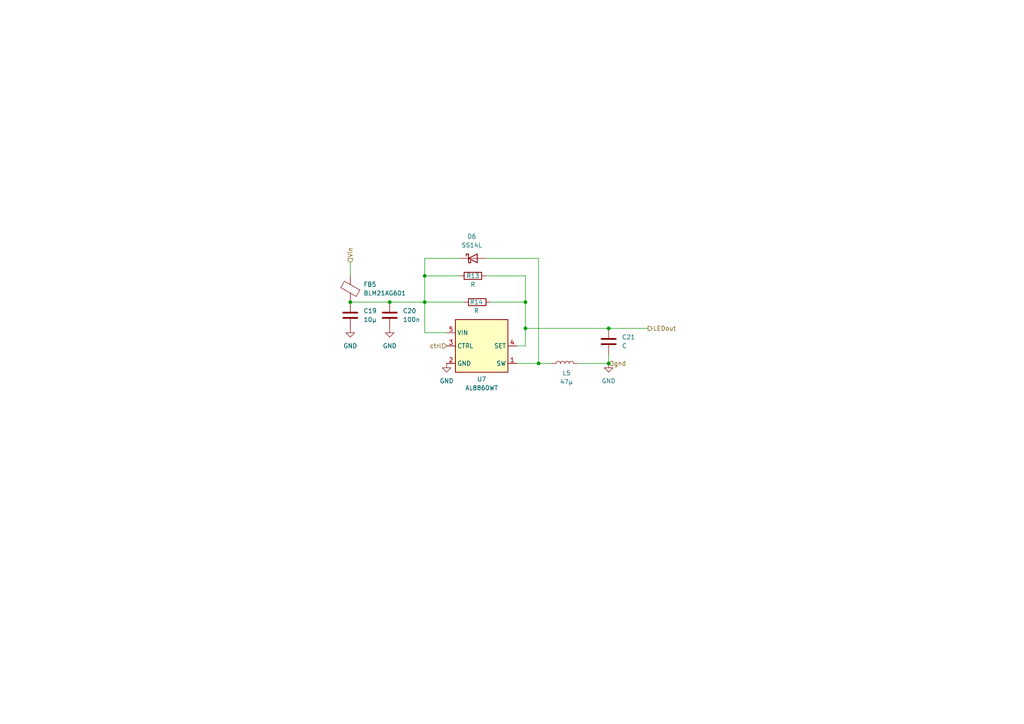
<source format=kicad_sch>
(kicad_sch (version 20250114) (generator "eeschema") (generator_version "9.0")
  (paper "A4")
  (lib_symbols
    (symbol "#pauls_LED:AL8860"
      (property "Reference" "U" (at 0 -3.175 0))
      (property "Value" "AL8860" (at 7.62 6.35 0))
      (symbol "AL8860_0_1"
        (rectangle (start -7.62 10.16) (end 7.62 -5.08) (stroke (width 0.254)) (fill (type background)))
      )
      (symbol "AL8860_1_1"
        (pin power_in line (at -10.16 6.35 0) (length 2.54) (name "VIN") (number "5"))
        (pin input line (at -10.16 2.54 0) (length 2.54) (name "CTRL") (number "3"))
        (pin power_in line (at -10.16 -2.54 0) (length 2.54) (name "GND") (number "2"))
        (pin input line (at 10.16 2.54 180) (length 2.54) (name "SET") (number "4"))
        (pin open_collector line (at 10.16 -2.54 180) (length 2.54) (name "SW") (number "1"))
      )
    )
    (symbol "Device:C" (pin_numbers (hide yes)) (pin_names (offset 0.254))
      (property "Reference" "C" (at 0.635 2.54 0))
      (property "Value" "C" (at 0.635 -2.54 0))
      (symbol "C_0_1"
        (polyline (pts (xy -2.032 0.762) (xy 2.032 0.762)) (stroke (width 0.508)))
        (polyline (pts (xy -2.032 -0.762) (xy 2.032 -0.762)) (stroke (width 0.508)))
      )
      (symbol "C_1_1"
        (pin passive line (at 0 3.81 270) (length 2.794) (name "~") (number "1"))
        (pin passive line (at 0 -3.81 90) (length 2.794) (name "~") (number "2"))
      )
    )
    (symbol "Device:FerriteBead" (pin_numbers (hide yes)) (pin_names (offset 0))
      (property "Reference" "FB" (at -3.81 0.635 90))
      (property "Value" "FerriteBead" (at 3.81 0 90))
      (symbol "FerriteBead_0_1"
        (polyline (pts (xy -2.7686 0.4064) (xy -1.7018 2.2606) (xy 2.7686 -0.3048) (xy 1.6764 -2.159) (xy -2.7686 0.4064)))
        (polyline (pts (xy 0 1.27) (xy 0 1.2954)))
        (polyline (pts (xy 0 -1.27) (xy 0 -1.2192)))
      )
      (symbol "FerriteBead_1_1"
        (pin passive line (at 0 3.81 270) (length 2.54) (name "~") (number "1"))
        (pin passive line (at 0 -3.81 90) (length 2.54) (name "~") (number "2"))
      )
    )
    (symbol "Device:L" (pin_numbers (hide yes)) (pin_names (offset 1.016) (hide yes))
      (property "Reference" "L" (at -1.27 0 90))
      (property "Value" "L" (at 1.905 0 90))
      (symbol "L_0_1"
        (arc (start 0 2.54) (mid 0.6323 1.905) (end 0 1.27))
        (arc (start 0 1.27) (mid 0.6323 0.635) (end 0 0))
        (arc (start 0 0) (mid 0.6323 -0.635) (end 0 -1.27))
        (arc (start 0 -1.27) (mid 0.6323 -1.905) (end 0 -2.54))
      )
      (symbol "L_1_1"
        (pin passive line (at 0 3.81 270) (length 1.27) (name "1") (number "1"))
        (pin passive line (at 0 -3.81 90) (length 1.27) (name "2") (number "2"))
      )
    )
    (symbol "Device:R" (pin_numbers (hide yes)) (pin_names (offset 0))
      (property "Reference" "R" (at 2.032 0 90))
      (property "Value" "R" (at 0 0 90))
      (symbol "R_0_1"
        (rectangle (start -1.016 -2.54) (end 1.016 2.54) (stroke (width 0.254)))
      )
      (symbol "R_1_1"
        (pin passive line (at 0 3.81 270) (length 1.27) (name "~") (number "1"))
        (pin passive line (at 0 -3.81 90) (length 1.27) (name "~") (number "2"))
      )
    )
    (symbol "Diode:SS14" (pin_numbers (hide yes)) (pin_names (offset 1.016) (hide yes))
      (property "Reference" "D" (at 0 2.54 0))
      (property "Value" "SS14" (at 0 -2.54 0))
      (symbol "SS14_0_1"
        (polyline (pts (xy -1.905 0.635) (xy -1.905 1.27) (xy -1.27 1.27) (xy -1.27 -1.27) (xy -0.635 -1.27) (xy -0.635 -0.635)) (stroke (width 0.254)))
        (polyline (pts (xy 1.27 1.27) (xy 1.27 -1.27) (xy -1.27 0) (xy 1.27 1.27)) (stroke (width 0.254)))
        (polyline (pts (xy 1.27 0) (xy -1.27 0)))
      )
      (symbol "SS14_1_1"
        (pin passive line (at -3.81 0 0) (length 2.54) (name "K") (number "1"))
        (pin passive line (at 3.81 0 180) (length 2.54) (name "A") (number "2"))
      )
    )
    (symbol "power:GND" (power) (pin_numbers (hide yes)) (pin_names (offset 0) (hide yes))
      (property "Value" "GND" (at 0 -3.81 0))
      (symbol "GND_0_1"
        (polyline (pts (xy 0 0) (xy 0 -1.27) (xy 1.27 -1.27) (xy 0 -2.54) (xy -1.27 -1.27) (xy 0 -1.27)))
      )
      (symbol "GND_1_1"
        (pin power_in line (at 0 0 270) (length 0) (name "~") (number "1"))
      )
    )
  )
  (junction (at 176.53 95.25))
  (junction (at 113.03 87.63))
  (junction (at 152.4 95.25))
  (junction (at 156.21 105.41))
  (junction (at 123.19 80.01))
  (junction (at 152.4 87.63))
  (junction (at 123.19 87.63))
  (junction (at 101.6 87.63))
  (junction (at 176.53 105.41))
  (wire (pts (xy 152.4 95.25) (xy 152.4 100.33)))
  (wire (pts (xy 156.21 105.41) (xy 160.02 105.41)))
  (wire (pts (xy 133.35 80.01) (xy 123.19 80.01)))
  (wire (pts (xy 149.86 105.41) (xy 156.21 105.41)))
  (wire (pts (xy 123.19 80.01) (xy 123.19 87.63)))
  (wire (pts (xy 176.53 105.41) (xy 167.64 105.41)))
  (wire (pts (xy 101.6 76.2) (xy 101.6 80.01)))
  (wire (pts (xy 152.4 95.25) (xy 176.53 95.25)))
  (wire (pts (xy 123.19 96.52) (xy 129.54 96.52)))
  (wire (pts (xy 123.19 87.63) (xy 134.62 87.63)))
  (wire (pts (xy 123.19 87.63) (xy 113.03 87.63)))
  (wire (pts (xy 140.97 80.01) (xy 152.4 80.01)))
  (wire (pts (xy 156.21 74.93) (xy 156.21 105.41)))
  (wire (pts (xy 123.19 74.93) (xy 123.19 80.01)))
  (wire (pts (xy 152.4 100.33) (xy 149.86 100.33)))
  (wire (pts (xy 152.4 80.01) (xy 152.4 87.63)))
  (wire (pts (xy 123.19 96.52) (xy 123.19 87.63)))
  (wire (pts (xy 101.6 87.63) (xy 113.03 87.63)))
  (wire (pts (xy 176.53 95.25) (xy 187.96 95.25)))
  (wire (pts (xy 176.53 102.87) (xy 176.53 105.41)))
  (wire (pts (xy 133.35 74.93) (xy 123.19 74.93)))
  (wire (pts (xy 152.4 87.63) (xy 152.4 95.25)))
  (wire (pts (xy 142.24 87.63) (xy 152.4 87.63)))
  (wire (pts (xy 140.97 74.93) (xy 156.21 74.93)))
  (hierarchical_label "LEDout" (shape output) (at 187.96 95.25 0))
  (hierarchical_label "ctrl" (shape input) (at 129.54 100.33 180))
  (hierarchical_label "gnd" (shape input) (at 176.53 105.41 0))
  (hierarchical_label "Vin" (shape input) (at 101.6 76.2 90))
  (symbol (lib_id "Device:R") (at 138.43 87.63 90) (unit 1)
    (property "Reference" "R2" (at 138.176 87.63 90))
    (property "Value" "R" (at 138.176 90.17 90))
    (property "Description" "Resistor" (effects (hide yes)))
    (instances (project "seegridProto" (path "" (reference "R14") (unit 1)) (path "" (reference "R2") (unit 1)) (path "" (reference "R16") (unit 1)) (path "" (reference "R4") (unit 1))))
  )
  (symbol (lib_id "Device:C") (at 101.6 91.44 0) (unit 1)
    (property "Reference" "C1" (at 105.41 90.1699 0) (effects (justify left)))
    (property "Value" "10µ" (at 105.41 92.7099 0) (effects (justify left)))
    (property "Description" "Unpolarized capacitor" (effects (hide yes)))
    (instances (project "seegridProto" (path "" (reference "C19") (unit 1)) (path "" (reference "C1") (unit 1)) (path "" (reference "C22") (unit 1)) (path "" (reference "C4") (unit 1))))
  )
  (symbol (lib_id "Device:FerriteBead") (at 101.6 83.82 0) (unit 1)
    (property "Reference" "FB1" (at 105.41 82.4991 0) (effects (justify left)))
    (property "Value" "BLM21AG601" (at 105.41 85.0391 0) (effects (justify left)))
    (property "Description" "Ferrite bead" (effects (hide yes)))
    (instances (project "seegridProto" (path "" (reference "FB5") (unit 1)) (path "" (reference "FB1") (unit 1)) (path "" (reference "FB6") (unit 1)) (path "" (reference "FB2") (unit 1))))
  )
  (symbol (lib_id "power:GND") (at 113.03 95.25 0) (unit 1)
    (property "Reference" "#PWR02" (effects (hide yes)))
    (property "Value" "GND" (at 113.03 100.33 0))
    (property "Description" "Power symbol creates a global label with name \"GND\" , ground" (effects (hide yes)))
    (instances (project "seegridProto" (path "" (reference "#PWR024") (unit 1)) (path "" (reference "#PWR02") (unit 1)) (path "" (reference "#PWR028") (unit 1)) (path "" (reference "#PWR06") (unit 1))))
  )
  (symbol (lib_id "Device:C") (at 176.53 99.06 0) (unit 1)
    (property "Reference" "C3" (at 180.34 97.7899 0) (effects (justify left)))
    (property "Value" "C" (at 180.34 100.3299 0) (effects (justify left)))
    (property "Description" "Unpolarized capacitor" (effects (hide yes)))
    (instances (project "seegridProto" (path "" (reference "C21") (unit 1)) (path "" (reference "C3") (unit 1)) (path "" (reference "C24") (unit 1)) (path "" (reference "C6") (unit 1))))
  )
  (symbol (lib_id "#pauls_LED:AL8860") (at 139.7 102.87 0) (unit 1)
    (property "Reference" "U1" (at 139.7 109.982 0))
    (property "Value" "AL8860WT" (at 139.7 112.522 0))
    (property "Footprint" "Package_TO_SOT_SMD:TSOT-23-5" (effects (hide yes)))
    (property "Datasheet" "https://www.diodes.com/assets/Datasheets/AL8860.pdf" (effects (hide yes)))
    (property "Description" "40V 1.5A Constant Current Buck LED Driver IC, TSOT-23-5" (effects (hide yes)))
    (instances (project "seegridProto" (path "" (reference "U7") (unit 1)) (path "" (reference "U1") (unit 1)) (path "" (reference "U8") (unit 1)) (path "" (reference "U2") (unit 1))))
  )
  (symbol (lib_id "power:GND") (at 129.54 105.41 0) (unit 1)
    (property "Reference" "#PWR03" (effects (hide yes)))
    (property "Value" "GND" (at 129.54 110.49 0))
    (property "Description" "Power symbol creates a global label with name \"GND\" , ground" (effects (hide yes)))
    (instances (project "seegridProto" (path "" (reference "#PWR025") (unit 1)) (path "" (reference "#PWR03") (unit 1)) (path "" (reference "#PWR029") (unit 1)) (path "" (reference "#PWR07") (unit 1))))
  )
  (symbol (lib_id "power:GND") (at 101.6 95.25 0) (unit 1)
    (property "Reference" "#PWR01" (effects (hide yes)))
    (property "Value" "GND" (at 101.6 100.33 0))
    (property "Description" "Power symbol creates a global label with name \"GND\" , ground" (effects (hide yes)))
    (instances (project "seegridProto" (path "" (reference "#PWR023") (unit 1)) (path "" (reference "#PWR01") (unit 1)) (path "" (reference "#PWR027") (unit 1)) (path "" (reference "#PWR05") (unit 1))))
  )
  (symbol (lib_id "Device:R") (at 137.16 80.01 90) (unit 1)
    (property "Reference" "R1" (at 137.16 80.01 90))
    (property "Value" "R" (at 137.16 82.55 90))
    (property "Description" "Resistor" (effects (hide yes)))
    (instances (project "seegridProto" (path "" (reference "R13") (unit 1)) (path "" (reference "R1") (unit 1)) (path "" (reference "R15") (unit 1)) (path "" (reference "R3") (unit 1))))
  )
  (symbol (lib_id "Device:C") (at 113.03 91.44 0) (unit 1)
    (property "Reference" "C2" (at 116.84 90.1699 0) (effects (justify left)))
    (property "Value" "100n" (at 116.84 92.7099 0) (effects (justify left)))
    (property "Description" "Unpolarized capacitor" (effects (hide yes)))
    (instances (project "seegridProto" (path "" (reference "C20") (unit 1)) (path "" (reference "C2") (unit 1)) (path "" (reference "C23") (unit 1)) (path "" (reference "C5") (unit 1))))
  )
  (symbol (lib_id "power:GND") (at 176.53 105.41 0) (unit 1)
    (property "Reference" "#PWR04" (effects (hide yes)))
    (property "Value" "GND" (at 176.53 110.49 0))
    (property "Description" "Power symbol creates a global label with name \"GND\" , ground" (effects (hide yes)))
    (instances (project "seegridProto" (path "" (reference "#PWR026") (unit 1)) (path "" (reference "#PWR04") (unit 1)) (path "" (reference "#PWR030") (unit 1)) (path "" (reference "#PWR08") (unit 1))))
  )
  (symbol (lib_id "Diode:SS14") (at 137.16 74.93 0) (unit 1)
    (property "Reference" "D1" (at 136.8425 68.58 0))
    (property "Value" "SS14L" (at 136.8425 71.12 0))
    (property "Footprint" "Diode_SMD:D_SMA" (effects (hide yes)))
    (property "Datasheet" "https://www.vishay.com/docs/88746/ss12.pdf" (effects (hide yes)))
    (property "Description" "40V 1A Schottky Diode, SMA" (effects (hide yes)))
    (instances (project "seegridProto" (path "" (reference "D6") (unit 1)) (path "" (reference "D1") (unit 1)) (path "" (reference "D7") (unit 1)) (path "" (reference "D2") (unit 1))))
  )
  (symbol (lib_id "Device:L") (at 163.83 105.41 90) (unit 1)
    (property "Reference" "L1" (at 164.338 108.204 90))
    (property "Value" "47µ" (at 164.338 110.744 90))
    (property "Description" "Inductor" (effects (hide yes)))
    (instances (project "seegridProto" (path "" (reference "L5") (unit 1)) (path "" (reference "L1") (unit 1)) (path "" (reference "L6") (unit 1)) (path "" (reference "L2") (unit 1))))
  )
)
</source>
